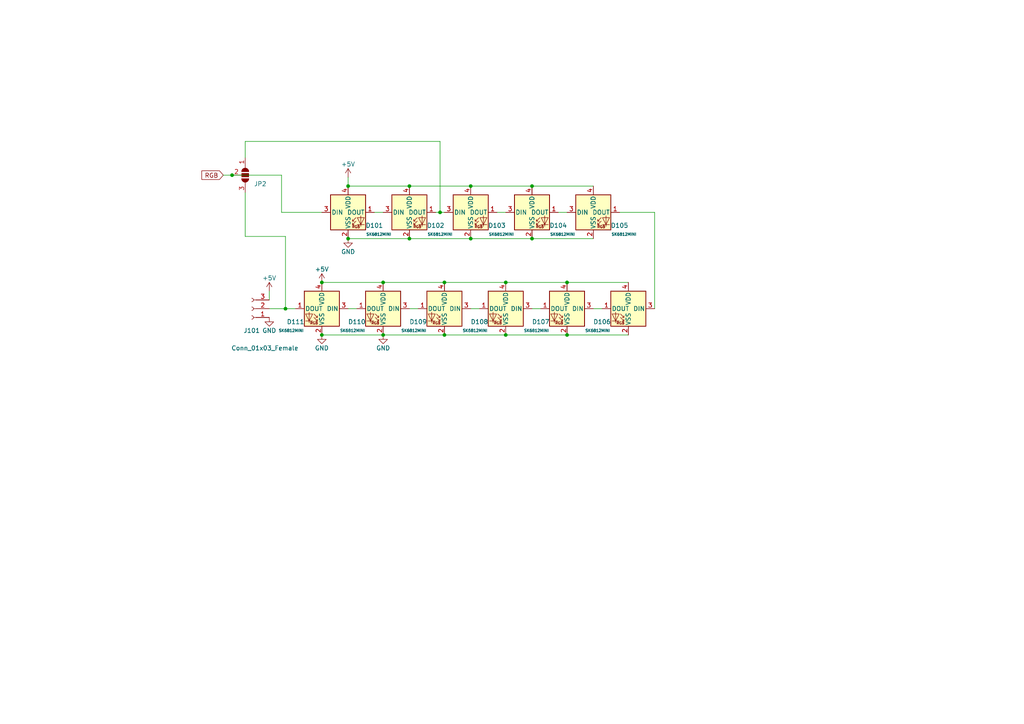
<source format=kicad_sch>
(kicad_sch (version 20230121) (generator eeschema)
  (paper "A4")
  (title_block (title "Le Capybara") (date "2024-02-21") (rev "1.0") (company "sporkus"))
  (lib_symbols
    (symbol "Jumper:SolderJumper_3_Open" (pin_names (offset 0) hide)
      (property "Reference" "JP" (at -2.54 -2.54 0))
      (property "Value" "SolderJumper_3_Open" (at 0 2.794 0))
      (symbol "SolderJumper_3_Open_0_1"
        (arc (start -1.016 1.016) (mid -2.0276 0) (end -1.016 -1.016))
        (arc (start -1.016 1.016) (mid -2.0276 0) (end -1.016 -1.016) (fill (type outline)))
        (rectangle (start -0.508 1.016) (end 0.508 -1.016) (fill (type outline)))
        (polyline (pts (xy -2.54 0) (xy -2.032 0)))
        (polyline (pts (xy -1.016 1.016) (xy -1.016 -1.016)))
        (polyline (pts (xy 0 -1.27) (xy 0 -1.016)))
        (polyline (pts (xy 1.016 1.016) (xy 1.016 -1.016)))
        (polyline (pts (xy 2.54 0) (xy 2.032 0)))
        (arc (start 1.016 -1.016) (mid 2.0276 0) (end 1.016 1.016))
        (arc (start 1.016 -1.016) (mid 2.0276 0) (end 1.016 1.016) (fill (type outline)))
      )
      (symbol "SolderJumper_3_Open_1_1"
        (pin passive line (at -5.08 0 0) (length 2.54) (name "A") (number "1"))
        (pin passive line (at 0 -3.81 90) (length 2.54) (name "C") (number "2"))
        (pin passive line (at 5.08 0 180) (length 2.54) (name "B") (number "3"))
      )
    )
    (symbol "LED:SK6812MINI" (pin_names (offset 0.254))
      (property "Reference" "D" (at 5.08 5.715 0))
      (property "Value" "SK6812MINI" (at 1.27 -5.715 0))
      (symbol "SK6812MINI_0_0"
        (text "RGB" (at 2.286 -4.191 0) (effects (font (size 0.762 0.762))))
      )
      (symbol "SK6812MINI_0_1"
        (polyline (pts (xy 1.27 -3.556) (xy 1.778 -3.556)))
        (polyline (pts (xy 1.27 -2.54) (xy 1.778 -2.54)))
        (polyline (pts (xy 4.699 -3.556) (xy 2.667 -3.556)))
        (polyline (pts (xy 2.286 -2.54) (xy 1.27 -3.556) (xy 1.27 -3.048)))
        (polyline (pts (xy 2.286 -1.524) (xy 1.27 -2.54) (xy 1.27 -2.032)))
        (polyline (pts (xy 3.683 -1.016) (xy 3.683 -3.556) (xy 3.683 -4.064)))
        (polyline (pts (xy 4.699 -1.524) (xy 2.667 -1.524) (xy 3.683 -3.556) (xy 4.699 -1.524)))
        (rectangle (start 5.08 5.08) (end -5.08 -5.08) (stroke (width 0.254)) (fill (type background)))
      )
      (symbol "SK6812MINI_1_1"
        (pin output line (at 7.62 0 180) (length 2.54) (name "DOUT") (number "1"))
        (pin power_in line (at 0 -7.62 90) (length 2.54) (name "VSS") (number "2"))
        (pin input line (at -7.62 0 0) (length 2.54) (name "DIN") (number "3"))
        (pin power_in line (at 0 7.62 270) (length 2.54) (name "VDD") (number "4"))
      )
    )
    (symbol "LeChiffre-rescue:Conn_01x03_Female-Connector" (pin_names (offset 1.016) hide)
      (property "Reference" "J" (at 0 5.08 0))
      (property "Value" "Connector_Conn_01x03_Female" (at 0 -5.08 0))
      (symbol "Conn_01x03_Female-Connector_1_1"
        (arc (start 0 -2.032) (mid -0.5058 -2.54) (end 0 -3.048) (stroke (width 0.1524)))
        (polyline (pts (xy -1.27 -2.54) (xy -0.508 -2.54)) (stroke (width 0.1524)))
        (polyline (pts (xy -1.27 0) (xy -0.508 0)) (stroke (width 0.1524)))
        (polyline (pts (xy -1.27 2.54) (xy -0.508 2.54)) (stroke (width 0.1524)))
        (arc (start 0 0.508) (mid -0.5058 0) (end 0 -0.508) (stroke (width 0.1524)))
        (arc (start 0 3.048) (mid -0.5058 2.54) (end 0 2.032) (stroke (width 0.1524)))
        (pin passive line (at -5.08 -2.54 0) (length 3.81) (name "Pin_3") (number "1"))
        (pin passive line (at -5.08 0 0) (length 3.81) (name "Pin_2") (number "2"))
        (pin passive line (at -5.08 2.54 0) (length 3.81) (name "Pin_1") (number "3"))
      )
    )
    (symbol "power:+5V" (power) (pin_names (offset 0))
      (property "Value" "+5V" (at 0 3.556 0))
      (symbol "+5V_0_1"
        (polyline (pts (xy -0.762 1.27) (xy 0 2.54)))
        (polyline (pts (xy 0 0) (xy 0 2.54)))
        (polyline (pts (xy 0 2.54) (xy 0.762 1.27)))
      )
      (symbol "+5V_1_1"
        (pin power_in line (at 0 0 90) (length 0) hide (name "+5V") (number "1"))
      )
    )
    (symbol "power:GND" (power) (pin_names (offset 0))
      (property "Value" "GND" (at 0 -3.81 0))
      (symbol "GND_0_1"
        (polyline (pts (xy 0 0) (xy 0 -1.27) (xy 1.27 -1.27) (xy 0 -2.54) (xy -1.27 -1.27) (xy 0 -1.27)))
      )
      (symbol "GND_1_1"
        (pin power_in line (at 0 0 270) (length 0) hide (name "GND") (number "1"))
      )
    )
  )
  (junction (at 164.465 97.155))
  (junction (at 136.525 69.215))
  (junction (at 82.801 89.535))
  (junction (at 100.965 53.975))
  (junction (at 67.31 50.8))
  (junction (at 154.305 53.975))
  (junction (at 128.905 97.155))
  (junction (at 154.305 69.215))
  (junction (at 136.525 53.975))
  (junction (at 127.635 61.595))
  (junction (at 146.685 97.155))
  (junction (at 118.745 69.215))
  (junction (at 93.345 81.915))
  (junction (at 146.685 81.915))
  (junction (at 128.905 81.915))
  (junction (at 93.345 97.155))
  (junction (at 111.125 97.155))
  (junction (at 164.465 81.915))
  (junction (at 111.125 81.915))
  (junction (at 100.965 69.215))
  (junction (at 118.745 53.975))
  (wire (pts (xy 64.77 50.8) (xy 67.31 50.8)))
  (wire (pts (xy 78.105 84.455) (xy 78.105 86.995)))
  (wire (pts (xy 174.625 89.535) (xy 172.085 89.535)))
  (wire (pts (xy 121.285 89.535) (xy 118.745 89.535)))
  (wire (pts (xy 179.705 61.595) (xy 189.865 61.595)))
  (wire (pts (xy 108.585 61.595) (xy 111.125 61.595)))
  (wire (pts (xy 127.635 41.021) (xy 127.635 61.595)))
  (wire (pts (xy 118.745 53.975) (xy 136.525 53.975)))
  (wire (pts (xy 164.465 97.155) (xy 182.245 97.155)))
  (wire (pts (xy 189.865 61.595) (xy 189.865 89.535)))
  (wire (pts (xy 100.965 69.215) (xy 118.745 69.215)))
  (wire (pts (xy 103.505 89.535) (xy 100.965 89.535)))
  (wire (pts (xy 81.661 61.595) (xy 93.345 61.595)))
  (wire (pts (xy 128.905 97.155) (xy 146.685 97.155)))
  (wire (pts (xy 161.925 61.595) (xy 164.465 61.595)))
  (wire (pts (xy 100.965 53.975) (xy 118.745 53.975)))
  (wire (pts (xy 126.365 61.595) (xy 127.635 61.595)))
  (wire (pts (xy 144.145 61.595) (xy 146.685 61.595)))
  (wire (pts (xy 118.745 69.215) (xy 136.525 69.215)))
  (wire (pts (xy 136.525 53.975) (xy 154.305 53.975)))
  (wire (pts (xy 156.845 89.535) (xy 154.305 89.535)))
  (wire (pts (xy 78.105 89.535) (xy 82.801 89.535)))
  (wire (pts (xy 127.635 61.595) (xy 128.905 61.595)))
  (wire (pts (xy 82.801 89.535) (xy 85.725 89.535)))
  (wire (pts (xy 146.685 97.155) (xy 164.465 97.155)))
  (wire (pts (xy 136.525 69.215) (xy 154.305 69.215)))
  (wire (pts (xy 164.465 81.915) (xy 182.245 81.915)))
  (wire (pts (xy 146.685 81.915) (xy 164.465 81.915)))
  (wire (pts (xy 93.345 81.915) (xy 111.125 81.915)))
  (wire (pts (xy 154.305 69.215) (xy 172.085 69.215)))
  (wire (pts (xy 93.345 97.155) (xy 111.125 97.155)))
  (wire (pts (xy 71.12 45.72) (xy 71.12 41.021)))
  (wire (pts (xy 71.12 68.58) (xy 82.801 68.58)))
  (wire (pts (xy 81.661 50.8) (xy 81.661 61.595)))
  (wire (pts (xy 111.125 97.155) (xy 128.905 97.155)))
  (wire (pts (xy 67.31 50.8) (xy 81.661 50.8)))
  (wire (pts (xy 111.125 81.915) (xy 128.905 81.915)))
  (wire (pts (xy 100.965 51.435) (xy 100.965 53.975)))
  (wire (pts (xy 154.305 53.975) (xy 172.085 53.975)))
  (wire (pts (xy 139.065 89.535) (xy 136.525 89.535)))
  (wire (pts (xy 71.12 55.88) (xy 71.12 68.58)))
  (wire (pts (xy 71.12 41.021) (xy 127.635 41.021)))
  (wire (pts (xy 82.801 68.58) (xy 82.801 89.535)))
  (wire (pts (xy 128.905 81.915) (xy 146.685 81.915)))
  (global_label "RGB" (shape input) (at 64.77 50.8 180) (property "Intersheetrefs" "${INTERSHEET_REFS}" (effects hide)))
  (symbol (lib_id "LeChiffre-rescue:Conn_01x03_Female-Connector") (at 73.025 89.535 0) (mirror y) (unit 1)
    (property "Reference" "J101" (at 73.025 95.885 0))
    (property "Value" "Conn_01x03_Female" (at 76.835 100.965 0))
    (property "Footprint" "Connector_PinSocket_2.54mm:PinSocket_1x03_P2.54mm_Vertical" (effects hide))
    (instances (project "le_capybara" (path "" (reference "J101") (unit 1))) (project "LeChiffre" (path "" (reference "J?") (unit 1))))
  )
  (symbol (lib_id "LED:SK6812MINI") (at 146.685 89.535 0) (mirror y) (unit 1)
    (property "Reference" "D108" (at 139.065 93.345 0))
    (property "Value" "SK6812MINI" (at 137.795 95.885 0) (effects (font (size 0.8 0.8))))
    (property "Footprint" "modified_footprints:LED_SK6812MINI_PLCC4_3.5x3.5mm_P1.75mm" (effects hide))
    (property "Datasheet" "https://cdn-shop.adafruit.com/product-files/2686/SK6812MINI_REV.01-1-2.pdf" (effects hide))
    (property "JlcRotOffset" "14" (effects hide))
  )
  (symbol (lib_id "LED:SK6812MINI") (at 136.525 61.595 0) (unit 1)
    (property "Reference" "D103" (at 144.145 65.405 0))
    (property "Value" "SK6812MINI" (at 145.415 67.945 0) (effects (font (size 0.8 0.8))))
    (property "Footprint" "modified_footprints:LED_SK6812MINI_PLCC4_3.5x3.5mm_P1.75mm" (effects hide))
    (property "Datasheet" "https://cdn-shop.adafruit.com/product-files/2686/SK6812MINI_REV.01-1-2.pdf" (effects hide))
    (property "JlcRotOffset" "-14" (effects hide))
  )
  (symbol (lib_id "Jumper:SolderJumper_3_Open") (at 71.12 50.8 270) (unit 1)
    (property "Reference" "JP2" (at 73.66 53.34 90) (effects (justify left)))
    (property "Value" "SolderJumper_3_Open" (effects hide))
    (property "Footprint" "Jumper:SolderJumper-3_P1.3mm_Open_RoundedPad1.0x1.5mm" (effects hide))
  )
  (symbol (lib_id "power:GND") (at 78.105 92.075 0) (mirror y) (unit 1)
    (property "Reference" "#PWR0105" (effects hide))
    (property "Value" "GND" (at 78.105 95.885 0))
    (instances (project "le_capybara" (path "" (reference "#PWR0105") (unit 1))) (project "LeChiffre" (path "" (reference "#PWR?") (unit 1))))
  )
  (symbol (lib_id "LED:SK6812MINI") (at 154.305 61.595 0) (unit 1)
    (property "Reference" "D104" (at 161.925 65.405 0))
    (property "Value" "SK6812MINI" (at 163.195 67.945 0) (effects (font (size 0.8 0.8))))
    (property "Footprint" "modified_footprints:LED_SK6812MINI_PLCC4_3.5x3.5mm_P1.75mm" (effects hide))
    (property "Datasheet" "https://cdn-shop.adafruit.com/product-files/2686/SK6812MINI_REV.01-1-2.pdf" (effects hide))
    (property "JlcRotOffset" "-14" (effects hide))
  )
  (symbol (lib_id "LED:SK6812MINI") (at 93.345 89.535 0) (mirror y) (unit 1)
    (property "Reference" "D111" (at 85.725 93.345 0))
    (property "Value" "SK6812MINI" (at 84.455 95.885 0) (effects (font (size 0.8 0.8))))
    (property "Footprint" "modified_footprints:LED_SK6812MINI_PLCC4_3.5x3.5mm_P1.75mm" (effects hide))
    (property "Datasheet" "https://cdn-shop.adafruit.com/product-files/2686/SK6812MINI_REV.01-1-2.pdf" (effects hide))
    (property "JlcRotOffset" "14" (effects hide))
  )
  (symbol (lib_id "power:+5V") (at 93.345 81.915 0) (unit 1)
    (property "Reference" "#PWR0103" (effects hide))
    (property "Value" "+5V" (at 93.345 78.105 0))
  )
  (symbol (lib_id "power:+5V") (at 100.965 51.435 0) (unit 1)
    (property "Reference" "#PWR0101" (effects hide))
    (property "Value" "+5V" (at 100.965 47.625 0))
  )
  (symbol (lib_id "power:GND") (at 100.965 69.215 0) (mirror y) (unit 1)
    (property "Reference" "#PWR0102" (effects hide))
    (property "Value" "GND" (at 100.965 73.025 0))
    (instances (project "le_capybara" (path "" (reference "#PWR0102") (unit 1))) (project "LeChiffre" (path "" (reference "#PWR?") (unit 1))))
  )
  (symbol (lib_id "power:+5V") (at 78.105 84.455 0) (unit 1)
    (property "Reference" "#PWR0104" (effects hide))
    (property "Value" "+5V" (at 78.105 80.645 0))
  )
  (symbol (lib_id "LED:SK6812MINI") (at 164.465 89.535 0) (mirror y) (unit 1)
    (property "Reference" "D107" (at 156.845 93.345 0))
    (property "Value" "SK6812MINI" (at 155.575 95.885 0) (effects (font (size 0.8 0.8))))
    (property "Footprint" "modified_footprints:LED_SK6812MINI_PLCC4_3.5x3.5mm_P1.75mm" (effects hide))
    (property "Datasheet" "https://cdn-shop.adafruit.com/product-files/2686/SK6812MINI_REV.01-1-2.pdf" (effects hide))
  )
  (symbol (lib_id "LED:SK6812MINI") (at 111.125 89.535 0) (mirror y) (unit 1)
    (property "Reference" "D110" (at 103.505 93.345 0))
    (property "Value" "SK6812MINI" (at 102.235 95.885 0) (effects (font (size 0.8 0.8))))
    (property "Footprint" "modified_footprints:LED_SK6812MINI_PLCC4_3.5x3.5mm_P1.75mm" (effects hide))
    (property "Datasheet" "https://cdn-shop.adafruit.com/product-files/2686/SK6812MINI_REV.01-1-2.pdf" (effects hide))
    (property "JlcRotOffset" "14" (effects hide))
  )
  (symbol (lib_id "power:GND") (at 93.345 97.155 0) (mirror y) (unit 1)
    (property "Reference" "#PWR0106" (effects hide))
    (property "Value" "GND" (at 93.345 100.965 0))
    (instances (project "le_capybara" (path "" (reference "#PWR0106") (unit 1))) (project "LeChiffre" (path "" (reference "#PWR?") (unit 1))))
  )
  (symbol (lib_id "power:GND") (at 111.125 97.155 0) (mirror y) (unit 1)
    (property "Reference" "#PWR0107" (effects hide))
    (property "Value" "GND" (at 111.125 100.965 0))
    (instances (project "le_capybara" (path "" (reference "#PWR0107") (unit 1))) (project "LeChiffre" (path "" (reference "#PWR?") (unit 1))))
  )
  (symbol (lib_id "LED:SK6812MINI") (at 118.745 61.595 0) (unit 1)
    (property "Reference" "D102" (at 126.365 65.405 0))
    (property "Value" "SK6812MINI" (at 127.635 67.945 0) (effects (font (size 0.8 0.8))))
    (property "Footprint" "modified_footprints:LED_SK6812MINI_PLCC4_3.5x3.5mm_P1.75mm" (effects hide))
    (property "Datasheet" "https://cdn-shop.adafruit.com/product-files/2686/SK6812MINI_REV.01-1-2.pdf" (effects hide))
  )
  (symbol (lib_id "LED:SK6812MINI") (at 182.245 89.535 0) (mirror y) (unit 1)
    (property "Reference" "D106" (at 174.625 93.345 0))
    (property "Value" "SK6812MINI" (at 173.355 95.885 0) (effects (font (size 0.8 0.8))))
    (property "Footprint" "modified_footprints:LED_SK6812MINI_PLCC4_3.5x3.5mm_P1.75mm" (effects hide))
    (property "Datasheet" "https://cdn-shop.adafruit.com/product-files/2686/SK6812MINI_REV.01-1-2.pdf" (effects hide))
    (property "JlcRotOffset" "-14" (effects hide))
  )
  (symbol (lib_id "LED:SK6812MINI") (at 100.965 61.595 0) (unit 1)
    (property "Reference" "D101" (at 108.585 65.405 0))
    (property "Value" "SK6812MINI" (at 109.855 67.945 0) (effects (font (size 0.8 0.8))))
    (property "Footprint" "modified_footprints:LED_SK6812MINI_PLCC4_3.5x3.5mm_P1.75mm" (effects hide))
    (property "Datasheet" "https://cdn-shop.adafruit.com/product-files/2686/SK6812MINI_REV.01-1-2.pdf" (effects hide))
  )
  (symbol (lib_id "LED:SK6812MINI") (at 172.085 61.595 0) (unit 1)
    (property "Reference" "D105" (at 179.705 65.405 0))
    (property "Value" "SK6812MINI" (at 180.975 67.945 0) (effects (font (size 0.8 0.8))))
    (property "Footprint" "modified_footprints:LED_SK6812MINI_PLCC4_3.5x3.5mm_P1.75mm" (effects hide))
    (property "Datasheet" "https://cdn-shop.adafruit.com/product-files/2686/SK6812MINI_REV.01-1-2.pdf" (effects hide))
    (property "JlcRotOffset" "-14" (effects hide))
  )
  (symbol (lib_id "LED:SK6812MINI") (at 128.905 89.535 0) (mirror y) (unit 1)
    (property "Reference" "D109" (at 121.285 93.345 0))
    (property "Value" "SK6812MINI" (at 120.015 95.885 0) (effects (font (size 0.8 0.8))))
    (property "Footprint" "modified_footprints:LED_SK6812MINI_PLCC4_3.5x3.5mm_P1.75mm" (effects hide))
    (property "Datasheet" "https://cdn-shop.adafruit.com/product-files/2686/SK6812MINI_REV.01-1-2.pdf" (effects hide))
    (property "JlcRotOffset" "14" (effects hide))
  )
)
</source>
